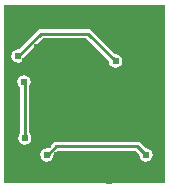
<source format=gbl>
%FSLAX24Y24*%
%MOIN*%
G70*
G01*
G75*
G04 Layer_Physical_Order=2*
G04 Layer_Color=16711680*
%ADD10R,0.0197X0.0256*%
%ADD11R,0.0197X0.0236*%
%ADD12R,0.0236X0.0197*%
%ADD13R,0.0400X0.0370*%
G04:AMPARAMS|DCode=14|XSize=47.2mil|YSize=43.3mil|CornerRadius=0mil|HoleSize=0mil|Usage=FLASHONLY|Rotation=225.000|XOffset=0mil|YOffset=0mil|HoleType=Round|Shape=Rectangle|*
%AMROTATEDRECTD14*
4,1,4,0.0014,0.0320,0.0320,0.0014,-0.0014,-0.0320,-0.0320,-0.0014,0.0014,0.0320,0.0*
%
%ADD14ROTATEDRECTD14*%

%ADD15O,0.0256X0.0079*%
%ADD16O,0.0079X0.0256*%
%ADD17R,0.1850X0.1850*%
%ADD18R,0.0217X0.0236*%
G04:AMPARAMS|DCode=19|XSize=19.7mil|YSize=23.6mil|CornerRadius=0mil|HoleSize=0mil|Usage=FLASHONLY|Rotation=225.000|XOffset=0mil|YOffset=0mil|HoleType=Round|Shape=Rectangle|*
%AMROTATEDRECTD19*
4,1,4,-0.0014,0.0153,0.0153,-0.0014,0.0014,-0.0153,-0.0153,0.0014,-0.0014,0.0153,0.0*
%
%ADD19ROTATEDRECTD19*%

%ADD20C,0.0080*%
%ADD21C,0.0370*%
%ADD22C,0.0090*%
%ADD23C,0.0060*%
%ADD24C,0.0240*%
%ADD25C,0.0260*%
G36*
X2668Y-2427D02*
X-2697D01*
Y3526D01*
X2668D01*
Y-2427D01*
D02*
G37*
%LPC*%
G36*
X1748Y-1044D02*
X-960D01*
X-1016Y-1055D01*
X-1064Y-1087D01*
X-1232Y-1256D01*
X-1272Y-1248D01*
X-1358Y-1265D01*
X-1431Y-1313D01*
X-1480Y-1386D01*
X-1497Y-1472D01*
X-1480Y-1558D01*
X-1431Y-1630D01*
X-1358Y-1679D01*
X-1272Y-1696D01*
X-1187Y-1679D01*
X-1114Y-1630D01*
X-1065Y-1558D01*
X-1052Y-1494D01*
X-898Y-1340D01*
X1687D01*
X1807Y-1459D01*
X1804Y-1472D01*
X1821Y-1558D01*
X1870Y-1630D01*
X1943Y-1679D01*
X2028Y-1696D01*
X2114Y-1679D01*
X2187Y-1630D01*
X2236Y-1558D01*
X2253Y-1472D01*
X2236Y-1386D01*
X2187Y-1313D01*
X2114Y-1265D01*
X2028Y-1248D01*
X2016Y-1250D01*
X1853Y-1087D01*
X1805Y-1055D01*
X1748Y-1044D01*
D02*
G37*
G36*
X100Y2718D02*
X-1478D01*
X-1534Y2707D01*
X-1582Y2675D01*
X-2217Y2040D01*
X-2230Y2042D01*
X-2315Y2025D01*
X-2388Y1977D01*
X-2437Y1904D01*
X-2454Y1818D01*
X-2437Y1732D01*
X-2388Y1660D01*
X-2315Y1611D01*
X-2230Y1594D01*
X-2144Y1611D01*
X-2071Y1660D01*
X-2022Y1732D01*
X-2005Y1818D01*
X-2008Y1831D01*
X-1416Y2422D01*
X39D01*
X798Y1663D01*
X796Y1650D01*
X813Y1564D01*
X861Y1491D01*
X934Y1443D01*
X1020Y1426D01*
X1106Y1443D01*
X1179Y1491D01*
X1227Y1564D01*
X1244Y1650D01*
X1227Y1736D01*
X1179Y1809D01*
X1106Y1857D01*
X1020Y1874D01*
X1007Y1872D01*
X205Y2675D01*
X157Y2707D01*
X100Y2718D01*
D02*
G37*
G36*
X-2040Y1182D02*
X-2125Y1165D01*
X-2198Y1117D01*
X-2247Y1044D01*
X-2264Y958D01*
X-2247Y872D01*
X-2198Y800D01*
X-2158Y773D01*
Y-754D01*
X-2169Y-761D01*
X-2217Y-834D01*
X-2234Y-920D01*
X-2217Y-1006D01*
X-2169Y-1079D01*
X-2096Y-1127D01*
X-2010Y-1144D01*
X-1924Y-1127D01*
X-1851Y-1079D01*
X-1803Y-1006D01*
X-1786Y-920D01*
X-1803Y-834D01*
X-1851Y-761D01*
X-1862Y-754D01*
Y828D01*
X-1832Y872D01*
X-1815Y958D01*
X-1832Y1044D01*
X-1881Y1117D01*
X-1954Y1165D01*
X-2040Y1182D01*
D02*
G37*
%LPD*%
D22*
X100Y2570D02*
X1020Y1650D01*
X-2230Y1818D02*
X-1478Y2570D01*
X100D01*
X-2010Y-910D02*
Y958D01*
X1748Y-1192D02*
X2028Y-1472D01*
X-1212Y-1445D02*
X-960Y-1192D01*
X1748D01*
D24*
X2550Y-1480D02*
D03*
X1620Y-1480D02*
D03*
X2550Y1550D02*
D03*
Y2290D02*
D03*
Y700D02*
D03*
X1730Y2880D02*
D03*
X-2580Y2130D02*
D03*
X2070Y3400D02*
D03*
X-2580Y3410D02*
D03*
X-2040Y-1270D02*
D03*
X1410Y2250D02*
D03*
X-1230Y-1140D02*
D03*
X1020Y1650D02*
D03*
X-70Y2190D02*
D03*
X-2010Y-920D02*
D03*
X-1590Y2130D02*
D03*
X40Y2980D02*
D03*
X-1590Y3410D02*
D03*
X-2580Y-2310D02*
D03*
X-2580Y-960D02*
D03*
X-1230Y1208D02*
D03*
X-2040Y958D02*
D03*
X-2230Y1818D02*
D03*
X-1990Y1638D02*
D03*
X-2580Y800D02*
D03*
X-1272Y-1472D02*
D03*
X2028Y-1472D02*
D03*
X-920D02*
D03*
X790Y-2342D02*
D03*
X-880Y-2310D02*
D03*
X1620D02*
D03*
X2550D02*
D03*
D25*
X-709Y709D02*
D03*
X-236D02*
D03*
X236D02*
D03*
X709D02*
D03*
X-709Y236D02*
D03*
X-236D02*
D03*
X236D02*
D03*
X709D02*
D03*
X-709Y-236D02*
D03*
X-236D02*
D03*
X236D02*
D03*
X709D02*
D03*
X-709Y-709D02*
D03*
X-236D02*
D03*
X236D02*
D03*
X709D02*
D03*
M02*

</source>
